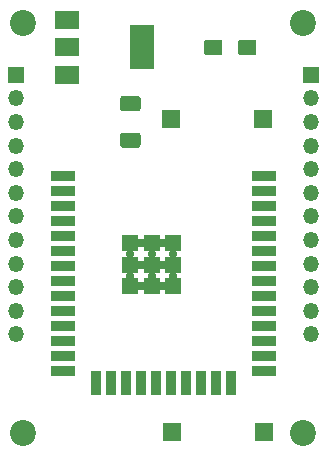
<source format=gts>
%TF.GenerationSoftware,KiCad,Pcbnew,5.1.7-a382d34a8~88~ubuntu18.04.1*%
%TF.CreationDate,2022-05-18T14:25:08-05:00*%
%TF.ProjectId,Global_Val_Sen_CPU,476c6f62-616c-45f5-9661-6c5f53656e5f,rev?*%
%TF.SameCoordinates,Original*%
%TF.FileFunction,Soldermask,Top*%
%TF.FilePolarity,Negative*%
%FSLAX46Y46*%
G04 Gerber Fmt 4.6, Leading zero omitted, Abs format (unit mm)*
G04 Created by KiCad (PCBNEW 5.1.7-a382d34a8~88~ubuntu18.04.1) date 2022-05-18 14:25:08*
%MOMM*%
%LPD*%
G01*
G04 APERTURE LIST*
%ADD10O,1.350000X1.350000*%
%ADD11R,1.350000X1.350000*%
%ADD12C,2.200000*%
%ADD13R,2.000000X1.500000*%
%ADD14R,2.000000X3.800000*%
%ADD15R,1.500000X1.500000*%
%ADD16C,0.762000*%
%ADD17R,1.330000X1.330000*%
%ADD18R,0.900000X2.000000*%
%ADD19R,2.000000X0.900000*%
G04 APERTURE END LIST*
D10*
%TO.C,JD_cpu1*%
X86500000Y-68500000D03*
X86500000Y-66500000D03*
X86500000Y-64500000D03*
X86500000Y-62500000D03*
X86500000Y-60500000D03*
X86500000Y-58500000D03*
X86500000Y-56500000D03*
X86500000Y-54500000D03*
X86500000Y-52500000D03*
X86500000Y-50500000D03*
X86500000Y-48500000D03*
D11*
X86500000Y-46500000D03*
%TD*%
D10*
%TO.C,JI_cpu1*%
X61500000Y-68500000D03*
X61500000Y-66500000D03*
X61500000Y-64500000D03*
X61500000Y-62500000D03*
X61500000Y-60500000D03*
X61500000Y-58500000D03*
X61500000Y-56500000D03*
X61500000Y-54500000D03*
X61500000Y-52500000D03*
X61500000Y-50500000D03*
X61500000Y-48500000D03*
D11*
X61500000Y-46500000D03*
%TD*%
%TO.C,Ccpu1*%
G36*
G01*
X80300000Y-44625001D02*
X80300000Y-43774999D01*
G75*
G02*
X80549999Y-43525000I249999J0D01*
G01*
X81625001Y-43525000D01*
G75*
G02*
X81875000Y-43774999I0J-249999D01*
G01*
X81875000Y-44625001D01*
G75*
G02*
X81625001Y-44875000I-249999J0D01*
G01*
X80549999Y-44875000D01*
G75*
G02*
X80300000Y-44625001I0J249999D01*
G01*
G37*
G36*
G01*
X77425000Y-44625001D02*
X77425000Y-43774999D01*
G75*
G02*
X77674999Y-43525000I249999J0D01*
G01*
X78750001Y-43525000D01*
G75*
G02*
X79000000Y-43774999I0J-249999D01*
G01*
X79000000Y-44625001D01*
G75*
G02*
X78750001Y-44875000I-249999J0D01*
G01*
X77674999Y-44875000D01*
G75*
G02*
X77425000Y-44625001I0J249999D01*
G01*
G37*
%TD*%
D12*
%TO.C,Hrs1*%
X85850000Y-42150000D03*
%TD*%
%TO.C,Hdd1*%
X85850000Y-76850000D03*
%TD*%
%TO.C,His1*%
X62150000Y-42150000D03*
%TD*%
%TO.C,Hid1*%
X62150000Y-76850000D03*
%TD*%
D13*
%TO.C,LVOic1*%
X65850000Y-41900000D03*
X65850000Y-46500000D03*
X65850000Y-44200000D03*
D14*
X72150000Y-44200000D03*
%TD*%
D15*
%TO.C,Sfl1*%
X82500000Y-76750000D03*
X74700000Y-76750000D03*
%TD*%
%TO.C,Sen1*%
X74650000Y-50250000D03*
X82450000Y-50250000D03*
%TD*%
%TO.C,Ren1*%
G36*
G01*
X70574999Y-51400000D02*
X71825001Y-51400000D01*
G75*
G02*
X72075000Y-51649999I0J-249999D01*
G01*
X72075000Y-52450001D01*
G75*
G02*
X71825001Y-52700000I-249999J0D01*
G01*
X70574999Y-52700000D01*
G75*
G02*
X70325000Y-52450001I0J249999D01*
G01*
X70325000Y-51649999D01*
G75*
G02*
X70574999Y-51400000I249999J0D01*
G01*
G37*
G36*
G01*
X70574999Y-48300000D02*
X71825001Y-48300000D01*
G75*
G02*
X72075000Y-48549999I0J-249999D01*
G01*
X72075000Y-49350001D01*
G75*
G02*
X71825001Y-49600000I-249999J0D01*
G01*
X70574999Y-49600000D01*
G75*
G02*
X70325000Y-49350001I0J249999D01*
G01*
X70325000Y-48549999D01*
G75*
G02*
X70574999Y-48300000I249999J0D01*
G01*
G37*
%TD*%
D16*
%TO.C,U1*%
X73917500Y-64425000D03*
X72082500Y-64425000D03*
X73917500Y-60755000D03*
X72082500Y-60755000D03*
X73917500Y-62590000D03*
X72082500Y-62590000D03*
X74835000Y-63507500D03*
X73000000Y-63507500D03*
X71165000Y-63507500D03*
X74835000Y-61672500D03*
X71165000Y-61672500D03*
X73000000Y-61672500D03*
D17*
X74835000Y-64425000D03*
X71165000Y-64425000D03*
X73000000Y-64425000D03*
X74835000Y-60755000D03*
X71165000Y-60755000D03*
X73000000Y-60755000D03*
X74835000Y-62590000D03*
X71165000Y-62590000D03*
X73000000Y-62590000D03*
D18*
X68285000Y-72600000D03*
X69555000Y-72600000D03*
X70825000Y-72600000D03*
X72095000Y-72600000D03*
X73365000Y-72600000D03*
X79715000Y-72600000D03*
X78445000Y-72600000D03*
X77175000Y-72600000D03*
X75905000Y-72600000D03*
X74635000Y-72600000D03*
D19*
X82500000Y-55090000D03*
X82500000Y-56360000D03*
X82500000Y-57630000D03*
X82500000Y-58900000D03*
X82500000Y-60170000D03*
X82500000Y-61440000D03*
X82500000Y-62710000D03*
X82500000Y-63980000D03*
X82500000Y-65250000D03*
X82500000Y-66520000D03*
X82500000Y-67790000D03*
X82500000Y-69060000D03*
X82500000Y-70330000D03*
X82500000Y-71600000D03*
X65500000Y-55090000D03*
X65500000Y-56360000D03*
X65500000Y-57630000D03*
X65500000Y-58900000D03*
X65500000Y-60170000D03*
X65500000Y-61440000D03*
X65500000Y-62710000D03*
X65500000Y-63980000D03*
X65500000Y-65250000D03*
X65500000Y-66520000D03*
X65500000Y-67790000D03*
X65500000Y-69060000D03*
X65500000Y-70330000D03*
X65500000Y-71600000D03*
%TD*%
M02*

</source>
